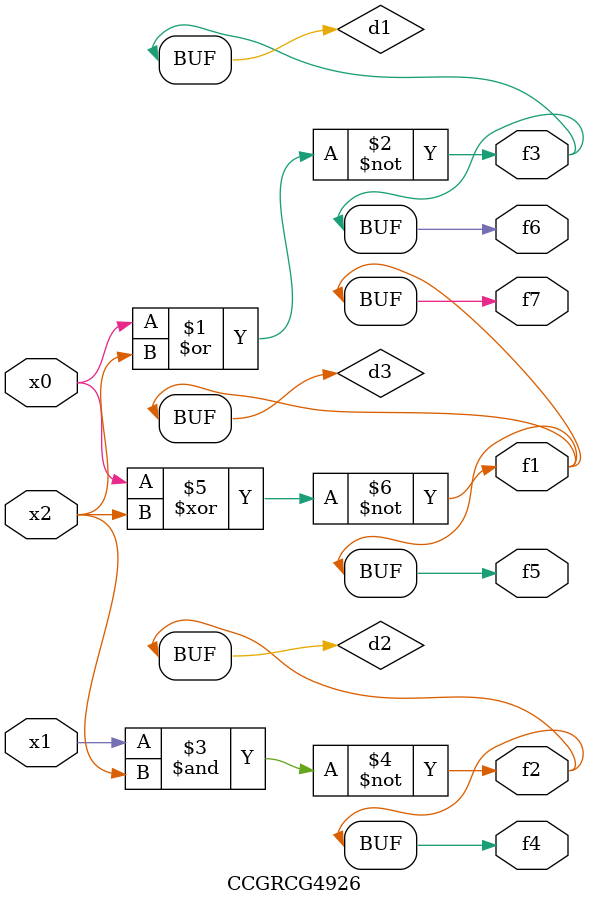
<source format=v>
module CCGRCG4926(
	input x0, x1, x2,
	output f1, f2, f3, f4, f5, f6, f7
);

	wire d1, d2, d3;

	nor (d1, x0, x2);
	nand (d2, x1, x2);
	xnor (d3, x0, x2);
	assign f1 = d3;
	assign f2 = d2;
	assign f3 = d1;
	assign f4 = d2;
	assign f5 = d3;
	assign f6 = d1;
	assign f7 = d3;
endmodule

</source>
